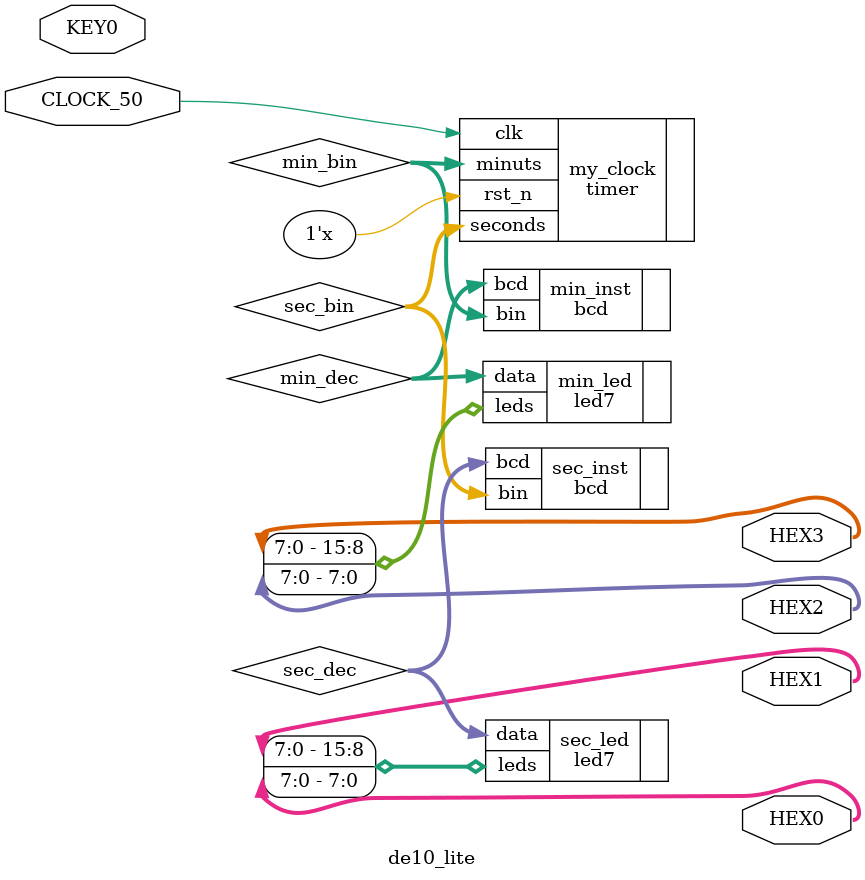
<source format=v>
module de10_lite
(
 input        CLOCK_50,
 input [0:0]  KEY0,
 output [7:0] HEX3,
 output [7:0] HEX2,
 output [7:0] HEX1,
 output [7:0] HEX0
);

  wire [7:0]  sec_bin;
  wire [7:0]  sec_dec;
  wire [7:0]  min_bin;
  wire [7:0]  min_dec;
  
  
  timer #(.ref_clock(50000000))
  my_clock
    (
     .clk     ( CLOCK_50  ),
     .rst_n   ( KEY[0]    ),
     .seconds ( sec_bin   ),
     .minuts  ( min_bin   )
    );

  // Conversion time to decimal system
  bcd 
    #( .IN_WIDTH (8),
       .DIGIT    (2)
     )
  sec_inst
    (
     .bin(sec_bin),
     .bcd(sec_dec)
     );

  bcd 
    #( .IN_WIDTH (8),
       .DIGIT    (2)
     )
  min_inst
    (
     .bin(min_bin),
     .bcd(min_dec)
     );
  
  // Time on 7segment display
  led7 #(.COUNT(2)) sec_led
    (
     .data ( sec_dec     ),
     .leds ( {HEX1,HEX0} )
    );
  
  led7 #(.COUNT(2)) min_led
    (
     .data ( min_dec     ),
     .leds ( {HEX3,HEX2} )
    );
  
endmodule // de10_lite

</source>
